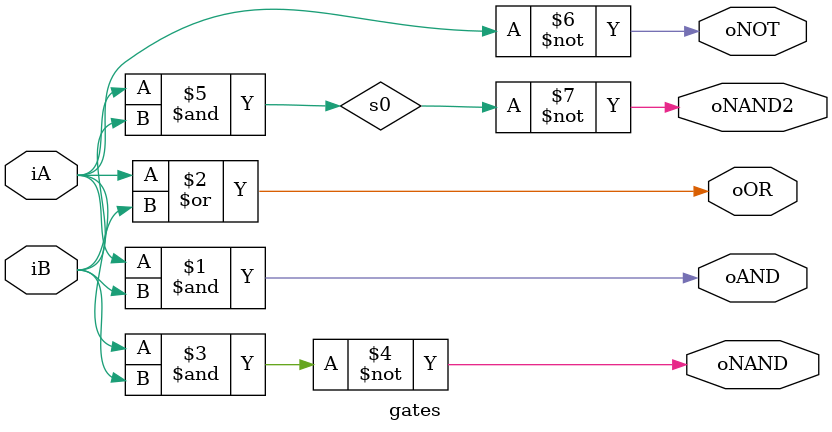
<source format=v>


// endmodule

// gpt 수정
`timescale 1ns/1ps
`default_nettype none

module gates (
  input wire iA, iB,
  output wire oAND, oOR, oNOT, oNAND, oNAND2
);
  wire s0;

  and U0 (oAND, iA, iB);
  or U1 (oOR, iA, iB);
  not U2 (oNOT, iA);
  nand U3 (oNAND, iA, iB);
  and U4 (s0, iA, iB);
  not U5 (oNAND2, s0);
endmodule
`default_nettype wire

</source>
